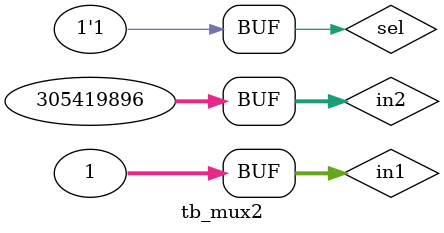
<source format=v>
module tb_mux2();

parameter DATA_SIZE = 32;

reg [DATA_SIZE-1:0] in1;
reg [DATA_SIZE-1:0] in2;
reg sel;

wire [DATA_SIZE-1:0] out;

localparam delay = 20;

mux2 inst1 (
in1,
in2,
out,
sel
);

initial begin
	// All test value goes here
	// Select in1
	in1 = 32'hF486_BCED;
	in2 = 32'h1234_5678;
	sel = 0;
	
	#delay;
	//Select in2
	in1 = 32'hF486_BCED;
	in2 = 32'h1234_5678;
	sel = 1;

	in1 = sel;	
end
endmodule
</source>
